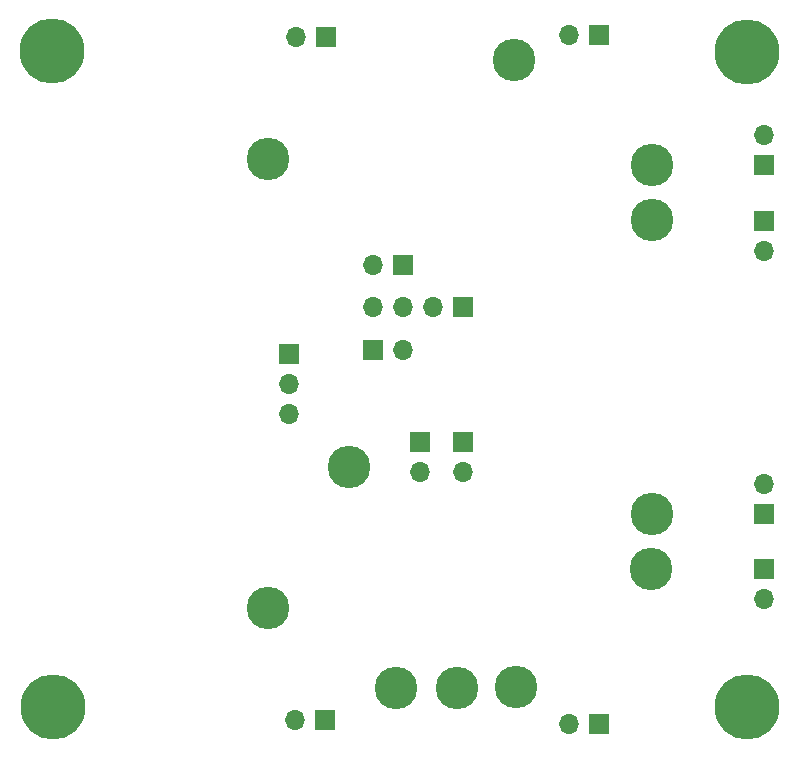
<source format=gbs>
%TF.GenerationSoftware,KiCad,Pcbnew,(6.0.0)*%
%TF.CreationDate,2022-08-30T12:58:25+02:00*%
%TF.ProjectId,OBJEX-EHDK_v1.0,4f424a45-582d-4454-9844-4b5f76312e30,1.0*%
%TF.SameCoordinates,Original*%
%TF.FileFunction,Soldermask,Bot*%
%TF.FilePolarity,Negative*%
%FSLAX46Y46*%
G04 Gerber Fmt 4.6, Leading zero omitted, Abs format (unit mm)*
G04 Created by KiCad (PCBNEW (6.0.0)) date 2022-08-30 12:58:25*
%MOMM*%
%LPD*%
G01*
G04 APERTURE LIST*
%ADD10C,3.600000*%
%ADD11C,5.500000*%
%ADD12R,1.700000X1.700000*%
%ADD13O,1.700000X1.700000*%
G04 APERTURE END LIST*
D10*
%TO.C,J27*%
X123390000Y-116760000D03*
%TD*%
D11*
%TO.C,H1*%
X94200000Y-62800000D03*
%TD*%
D10*
%TO.C,J21*%
X145000000Y-102000000D03*
%TD*%
D12*
%TO.C,J19*%
X125400000Y-95900000D03*
D13*
X125400000Y-98440000D03*
%TD*%
D10*
%TO.C,J14*%
X145000000Y-77150000D03*
%TD*%
%TO.C,J22*%
X133500000Y-116700000D03*
%TD*%
D12*
%TO.C,J7*%
X154500000Y-77200000D03*
D13*
X154500000Y-79740000D03*
%TD*%
D12*
%TO.C,J9*%
X129000000Y-84500000D03*
D13*
X126460000Y-84500000D03*
X123920000Y-84500000D03*
X121380000Y-84500000D03*
%TD*%
D12*
%TO.C,J4*%
X117375000Y-119500000D03*
D13*
X114835000Y-119500000D03*
%TD*%
D12*
%TO.C,J16*%
X154500000Y-102000000D03*
D13*
X154500000Y-99460000D03*
%TD*%
D10*
%TO.C,J25*%
X112500000Y-110000000D03*
%TD*%
D12*
%TO.C,J26*%
X123925000Y-80900000D03*
D13*
X121385000Y-80900000D03*
%TD*%
D10*
%TO.C,J13*%
X133350000Y-63575000D03*
%TD*%
D12*
%TO.C,J18*%
X129000000Y-95925000D03*
D13*
X129000000Y-98465000D03*
%TD*%
D11*
%TO.C,H4*%
X94300000Y-118400000D03*
%TD*%
D12*
%TO.C,J15*%
X140575000Y-119800000D03*
D13*
X138035000Y-119800000D03*
%TD*%
D12*
%TO.C,J6*%
X140525000Y-61500000D03*
D13*
X137985000Y-61500000D03*
%TD*%
D12*
%TO.C,J17*%
X154500000Y-106700000D03*
D13*
X154500000Y-109240000D03*
%TD*%
D11*
%TO.C,H2*%
X153100000Y-118400000D03*
%TD*%
D10*
%TO.C,J24*%
X119400000Y-98000000D03*
%TD*%
%TO.C,J20*%
X128500000Y-116750000D03*
%TD*%
D12*
%TO.C,J1*%
X117400000Y-61600000D03*
D13*
X114860000Y-61600000D03*
%TD*%
D10*
%TO.C,J23*%
X144975000Y-106675000D03*
%TD*%
%TO.C,J11*%
X112500000Y-72000000D03*
%TD*%
D12*
%TO.C,J3*%
X114300000Y-88475000D03*
D13*
X114300000Y-91015000D03*
X114300000Y-93555000D03*
%TD*%
D12*
%TO.C,J10*%
X121400000Y-88100000D03*
D13*
X123940000Y-88100000D03*
%TD*%
D10*
%TO.C,J12*%
X145000000Y-72500000D03*
%TD*%
D11*
%TO.C,H3*%
X153100000Y-62900000D03*
%TD*%
D12*
%TO.C,J8*%
X154500000Y-72500000D03*
D13*
X154500000Y-69960000D03*
%TD*%
M02*

</source>
